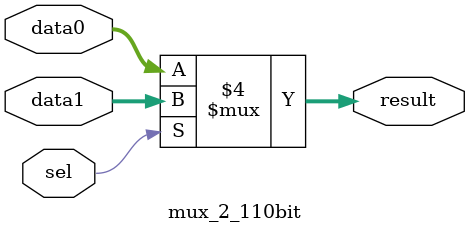
<source format=v>
/*
Anthony De Caria - January 29, 2017

This module creates a 110-bit two input Mux.
*/

module mux_2_110bit(data0, data1, sel, result);
	input [109:0] data0, data1;
	input sel;
	output reg [109:0] result;
	
	always@(*)
	begin
		if (~sel)
		begin
			result = data0;
		end
		else
		begin
			result = data1;
		end
	end
endmodule

</source>
